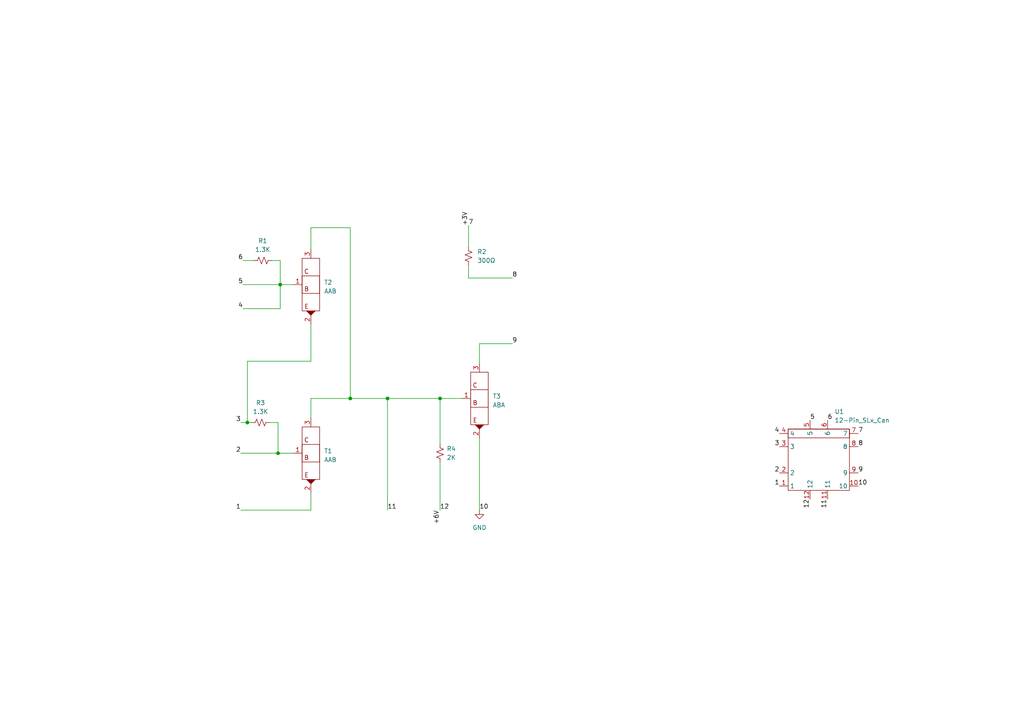
<source format=kicad_sch>
(kicad_sch (version 20211123) (generator eeschema)
  (paper "A4")
  (lib_symbols
    (symbol "Device:R_Small_US" (pin_numbers hide) (pin_names (offset 0.254) hide)
      (property "Reference" "R" (at 0.762 0.508 0))
      (property "Value" "R_Small_US" (at 0.762 -1.016 0))
      (symbol "R_Small_US_1_1"
        (polyline (pts (xy 0 0) (xy 1.016 -0.381) (xy 0 -0.762) (xy -1.016 -1.143) (xy 0 -1.524)))
        (polyline (pts (xy 0 1.524) (xy 1.016 1.143) (xy 0 0.762) (xy -1.016 0.381) (xy 0 0)))
        (pin passive line (at 0 2.54 270) (length 1.016) (name "~") (number "1"))
        (pin passive line (at 0 -2.54 90) (length 1.016) (name "~") (number "2"))
      )
    )
    (symbol "IBM_SLT-SLD:12-Pin_SLx_Can"
      (property "Reference" "U" (at 0 -2.54 0))
      (property "Value" "12-Pin_SLx_Can" (at 0 0 0))
      (symbol "12-Pin_SLx_Can_0_1"
        (rectangle (start -8.89 8.89) (end 8.89 -8.89))
        (rectangle (start -8.89 8.89) (end 8.89 6.35))
      )
      (symbol "12-Pin_SLx_Can_1_1"
        (pin passive line (at -11.43 -7.62 0) (length 2.54) (name "1") (number "1"))
        (pin passive line (at 11.43 -7.62 180) (length 2.54) (name "10") (number "10"))
        (pin passive line (at 2.54 -11.43 90) (length 2.54) (name "11") (number "11"))
        (pin passive line (at -2.54 -11.43 90) (length 2.54) (name "12") (number "12"))
        (pin passive line (at -11.43 -3.81 0) (length 2.54) (name "2") (number "2"))
        (pin passive line (at -11.43 3.81 0) (length 2.54) (name "3") (number "3"))
        (pin passive line (at -11.43 7.62 0) (length 2.54) (name "4") (number "4"))
        (pin passive line (at -2.54 11.43 270) (length 2.54) (name "5") (number "5"))
        (pin passive line (at 2.54 11.43 270) (length 2.54) (name "6") (number "6"))
        (pin passive line (at 11.43 7.62 180) (length 2.54) (name "7") (number "7"))
        (pin passive line (at 11.43 3.81 180) (length 2.54) (name "8") (number "8"))
        (pin passive line (at 11.43 -3.81 180) (length 2.54) (name "9") (number "9"))
      )
    )
    (symbol "IBM_SLT-SLD:IBM_Transistor"
      (property "Reference" "T" (at 0 5.08 0))
      (property "Value" "IBM_Transistor" (at 7.62 8.89 0))
      (symbol "IBM_Transistor_0_0"
        (text "B" (at -1.27 -1.27 0) (effects (font (size 1.27 1.27))))
        (text "C" (at -1.27 3.81 0) (effects (font (size 1.27 1.27))))
        (text "E" (at -1.27 -6.35 0) (effects (font (size 1.27 1.27))))
      )
      (symbol "IBM_Transistor_0_1"
        (rectangle (start -2.54 2.54) (end 2.54 -2.54))
        (rectangle (start -2.54 7.62) (end 2.54 -7.62))
        (polyline (pts (xy -1.27 -7.62) (xy 0 -8.89) (xy 1.27 -7.62)) (fill (type outline)))
      )
      (symbol "IBM_Transistor_1_1"
        (pin passive line (at -5.08 0 0) (length 2.54) (name "B") (number "1"))
        (pin passive line (at 0 -11.43 90) (length 2.54) (name "E") (number "2"))
        (pin passive line (at 0 10.16 270) (length 2.54) (name "C") (number "3"))
      )
    )
    (symbol "power:GND" (power) (pin_names (offset 0))
      (property "Value" "GND" (at 0 -3.81 0))
      (symbol "GND_0_1"
        (polyline (pts (xy 0 0) (xy 0 -1.27) (xy 1.27 -1.27) (xy 0 -2.54) (xy -1.27 -1.27) (xy 0 -1.27)))
      )
      (symbol "GND_1_1"
        (pin power_in line (at 0 0 270) (length 0) hide (name "GND") (number "1"))
      )
    )
  )
  (junction (at 127.635 115.57))
  (junction (at 101.6 115.57))
  (junction (at 80.645 131.445))
  (junction (at 112.395 115.57))
  (junction (at 71.755 122.555))
  (junction (at 81.28 82.55))
  (wire (pts (xy 135.89 80.645) (xy 148.59 80.645)))
  (wire (pts (xy 90.17 121.285) (xy 90.17 115.57)))
  (wire (pts (xy 70.485 82.55) (xy 81.28 82.55)))
  (wire (pts (xy 90.17 115.57) (xy 101.6 115.57)))
  (wire (pts (xy 127.635 115.57) (xy 127.635 128.905)))
  (wire (pts (xy 70.485 75.565) (xy 73.66 75.565)))
  (wire (pts (xy 80.645 122.555) (xy 80.645 131.445)))
  (wire (pts (xy 127.635 115.57) (xy 133.985 115.57)))
  (wire (pts (xy 81.28 89.535) (xy 81.28 82.55)))
  (wire (pts (xy 78.74 75.565) (xy 81.28 75.565)))
  (wire (pts (xy 90.17 66.04) (xy 101.6 66.04)))
  (wire (pts (xy 80.645 131.445) (xy 85.09 131.445)))
  (wire (pts (xy 139.065 99.695) (xy 148.59 99.695)))
  (wire (pts (xy 139.065 105.41) (xy 139.065 99.695)))
  (wire (pts (xy 101.6 115.57) (xy 112.395 115.57)))
  (wire (pts (xy 71.755 104.775) (xy 71.755 122.555)))
  (wire (pts (xy 78.105 122.555) (xy 80.645 122.555)))
  (wire (pts (xy 90.17 72.39) (xy 90.17 66.04)))
  (wire (pts (xy 127.635 133.985) (xy 127.635 147.955)))
  (wire (pts (xy 139.065 127) (xy 139.065 147.955)))
  (wire (pts (xy 81.28 75.565) (xy 81.28 82.55)))
  (wire (pts (xy 90.17 147.955) (xy 90.17 142.875)))
  (wire (pts (xy 69.85 122.555) (xy 71.755 122.555)))
  (wire (pts (xy 71.755 122.555) (xy 73.025 122.555)))
  (wire (pts (xy 112.395 115.57) (xy 127.635 115.57)))
  (wire (pts (xy 135.89 65.405) (xy 135.89 71.755)))
  (wire (pts (xy 90.17 93.98) (xy 90.17 104.775)))
  (wire (pts (xy 69.85 131.445) (xy 80.645 131.445)))
  (wire (pts (xy 90.17 104.775) (xy 71.755 104.775)))
  (wire (pts (xy 70.485 89.535) (xy 81.28 89.535)))
  (wire (pts (xy 135.89 76.835) (xy 135.89 80.645)))
  (wire (pts (xy 112.395 115.57) (xy 112.395 147.955)))
  (wire (pts (xy 101.6 66.04) (xy 101.6 115.57)))
  (wire (pts (xy 69.85 147.955) (xy 90.17 147.955)))
  (wire (pts (xy 81.28 82.55) (xy 85.09 82.55)))
  (label "8" (at 148.59 80.645 0))
  (label "9" (at 248.92 137.16 0))
  (label "7" (at 248.92 125.73 0))
  (label "9" (at 148.59 99.695 0))
  (label "5" (at 70.485 82.55 180))
  (label "11" (at 112.395 147.955 0))
  (label "3" (at 69.85 122.555 180))
  (label "5" (at 234.95 121.92 0))
  (label "11" (at 240.03 144.78 270))
  (label "7" (at 135.89 65.405 0))
  (label "12" (at 127.635 147.955 0))
  (label "2" (at 69.85 131.445 180))
  (label "4" (at 226.06 125.73 180))
  (label "10" (at 248.92 140.97 0))
  (label "3" (at 226.06 129.54 180))
  (label "4" (at 70.485 89.535 180))
  (label "8" (at 248.92 129.54 0))
  (label "1" (at 226.06 140.97 180))
  (label "+6V" (at 127.635 147.955 270))
  (label "12" (at 234.95 144.78 270))
  (label "2" (at 226.06 137.16 180))
  (label "6" (at 70.485 75.565 180))
  (label "+3V" (at 135.89 65.405 90))
  (label "6" (at 240.03 121.92 0))
  (label "10" (at 139.065 147.955 0))
  (label "1" (at 69.85 147.955 180))
  (symbol (lib_id "IBM_SLT-SLD:IBM_Transistor") (at 139.065 115.57 0) (unit 1)
    (property "Reference" "T3" (at 142.875 114.9349 0) (effects (justify left)))
    (property "Value" "ABA" (at 142.875 117.4749 0) (effects (justify left)))
  )
  (symbol (lib_id "IBM_SLT-SLD:IBM_Transistor") (at 90.17 82.55 0) (unit 1)
    (property "Reference" "T2" (at 93.98 81.9149 0) (effects (justify left)))
    (property "Value" "AAB" (at 93.98 84.4549 0) (effects (justify left)))
  )
  (symbol (lib_id "Device:R_Small_US") (at 76.2 75.565 90) (unit 1)
    (property "Reference" "R1" (at 76.2 69.85 90))
    (property "Value" "1.3K" (at 76.2 72.39 90))
    (property "Footprint" "Resistor_SMD:R_0201_0603Metric" (effects hide))
  )
  (symbol (lib_id "Device:R_Small_US") (at 75.565 122.555 90) (unit 1)
    (property "Reference" "R3" (at 75.565 116.84 90))
    (property "Value" "1.3K" (at 75.565 119.38 90))
    (property "Footprint" "Resistor_SMD:R_0201_0603Metric" (effects hide))
  )
  (symbol (lib_id "IBM_SLT-SLD:12-Pin_SLx_Can") (at 237.49 133.35 0) (unit 1)
    (property "Reference" "U1" (at 242.0494 119.38 0) (effects (justify left)))
    (property "Value" "12-Pin_SLx_Can" (at 242.0494 121.92 0) (effects (justify left)))
    (property "Footprint" "IBM_SLT-SLD:12-Pin_SLx_Can" (effects hide))
  )
  (symbol (lib_id "IBM_SLT-SLD:IBM_Transistor") (at 90.17 131.445 0) (unit 1)
    (property "Reference" "T1" (at 93.98 130.8099 0) (effects (justify left)))
    (property "Value" "AAB" (at 93.98 133.3499 0) (effects (justify left)))
  )
  (symbol (lib_id "Device:R_Small_US") (at 135.89 74.295 0) (unit 1)
    (property "Reference" "R2" (at 138.43 73.0249 0) (effects (justify left)))
    (property "Value" "300Ω" (at 138.43 75.5649 0) (effects (justify left)))
    (property "Footprint" "Resistor_SMD:R_0201_0603Metric" (effects hide))
  )
  (symbol (lib_id "Device:R_Small_US") (at 127.635 131.445 0) (unit 1)
    (property "Reference" "R4" (at 129.54 130.1749 0) (effects (justify left)))
    (property "Value" "2K" (at 129.54 132.7149 0) (effects (justify left)))
    (property "Footprint" "Resistor_SMD:R_0201_0603Metric" (effects hide))
  )
  (symbol (lib_id "power:GND") (at 139.065 147.955 0) (unit 1)
    (property "Reference" "#PWR?" (effects hide))
    (property "Value" "GND" (at 139.065 153.035 0))
  )
)
</source>
